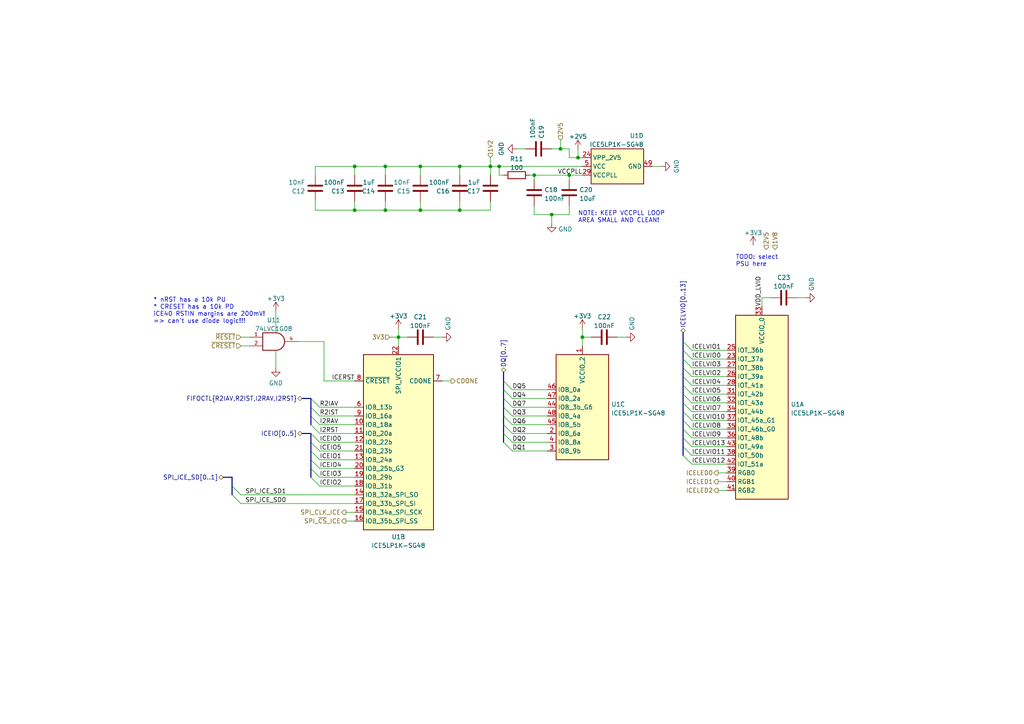
<source format=kicad_sch>
(kicad_sch (version 20211123) (generator eeschema)
  (paper "A4")
  (lib_symbols
    (symbol "74xGxx:74LVC1G08" (pin_names (offset 1.016))
      (property "Reference" "U" (at -2.54 3.81 0))
      (property "Value" "74LVC1G08" (at 0 -3.81 0))
      (symbol "74LVC1G08_0_1"
        (arc (start 0 -2.54) (mid 2.54 0) (end 0 2.54) (stroke (width 0.254)))
        (polyline (pts (xy 0 -2.54) (xy -3.81 -2.54) (xy -3.81 2.54) (xy 0 2.54)) (stroke (width 0.254)))
      )
      (symbol "74LVC1G08_1_1"
        (pin input line (at -7.62 1.27 0) (length 3.81) (name "~") (number "1"))
        (pin input line (at -7.62 -1.27 0) (length 3.81) (name "~") (number "2"))
        (pin power_in line (at 0 -2.54 270) (length 0) hide (name "GND") (number "3"))
        (pin output line (at 6.35 0 180) (length 3.81) (name "~") (number "4"))
        (pin power_in line (at 0 2.54 90) (length 0) hide (name "VCC") (number "5"))
      )
    )
    (symbol "Device:C" (pin_numbers hide) (pin_names (offset 0.254))
      (property "Reference" "C" (at 0.635 2.54 0))
      (property "Value" "C" (at 0.635 -2.54 0))
      (symbol "C_0_1"
        (polyline (pts (xy -2.032 -0.762) (xy 2.032 -0.762)) (stroke (width 0.508)))
        (polyline (pts (xy -2.032 0.762) (xy 2.032 0.762)) (stroke (width 0.508)))
      )
      (symbol "C_1_1"
        (pin passive line (at 0 3.81 270) (length 2.794) (name "~") (number "1"))
        (pin passive line (at 0 -3.81 90) (length 2.794) (name "~") (number "2"))
      )
    )
    (symbol "Device:R" (pin_numbers hide) (pin_names (offset 0))
      (property "Reference" "R" (at 2.032 0 90))
      (property "Value" "R" (at 0 0 90))
      (symbol "R_0_1"
        (rectangle (start -1.016 -2.54) (end 1.016 2.54) (stroke (width 0.254)))
      )
      (symbol "R_1_1"
        (pin passive line (at 0 3.81 270) (length 1.27) (name "~") (number "1"))
        (pin passive line (at 0 -3.81 90) (length 1.27) (name "~") (number "2"))
      )
    )
    (symbol "FPGA_Lattice:ICE5LP1K-SG48"
      (property "Reference" "U" (at -8.89 -29.21 0))
      (property "Value" "ICE5LP1K-SG48" (at 0 -31.75 0))
      (symbol "ICE5LP1K-SG48_1_1"
        (rectangle (start -7.62 25.4) (end 7.62 -27.94) (stroke (width 0.254)) (fill (type background)))
        (pin bidirectional line (at -10.16 12.7 0) (length 2.54) (name "IOT_37a") (number "23"))
        (pin bidirectional line (at -10.16 15.24 0) (length 2.54) (name "IOT_36b") (number "25"))
        (pin bidirectional line (at -10.16 7.62 0) (length 2.54) (name "IOT_39a") (number "26"))
        (pin bidirectional line (at -10.16 10.16 0) (length 2.54) (name "IOT_38b") (number "27"))
        (pin bidirectional line (at -10.16 5.08 0) (length 2.54) (name "IOT_41a") (number "28"))
        (pin bidirectional line (at -10.16 2.54 0) (length 2.54) (name "IOT_42b") (number "31"))
        (pin bidirectional line (at -10.16 0 0) (length 2.54) (name "IOT_43a") (number "32"))
        (pin power_in line (at 0 27.94 270) (length 2.54) (name "VCCIO_0") (number "33"))
        (pin bidirectional line (at -10.16 -2.54 0) (length 2.54) (name "IOT_44b") (number "34"))
        (pin bidirectional line (at -10.16 -7.62 0) (length 2.54) (name "IOT_46b_G0") (number "35"))
        (pin bidirectional line (at -10.16 -10.16 0) (length 2.54) (name "IOT_48b") (number "36"))
        (pin bidirectional line (at -10.16 -5.08 0) (length 2.54) (name "IOT_45a_G1") (number "37"))
        (pin bidirectional line (at -10.16 -15.24 0) (length 2.54) (name "IOT_50b") (number "38"))
        (pin open_collector line (at -10.16 -20.32 0) (length 2.54) (name "RGB0") (number "39"))
        (pin open_collector line (at -10.16 -22.86 0) (length 2.54) (name "RGB1") (number "40"))
        (pin open_collector line (at -10.16 -25.4 0) (length 2.54) (name "RGB2") (number "41"))
        (pin bidirectional line (at -10.16 -17.78 0) (length 2.54) (name "IOT_51a") (number "42"))
        (pin bidirectional line (at -10.16 -12.7 0) (length 2.54) (name "IOT_49a") (number "43"))
      )
      (symbol "ICE5LP1K-SG48_2_1"
        (rectangle (start -10.16 25.4) (end 10.16 -25.4) (stroke (width 0.254)) (fill (type background)))
        (pin bidirectional line (at -12.7 5.08 0) (length 2.54) (name "IOB_18a") (number "10"))
        (pin bidirectional line (at -12.7 2.54 0) (length 2.54) (name "IOB_20a") (number "11"))
        (pin bidirectional line (at -12.7 0 0) (length 2.54) (name "IOB_22b") (number "12"))
        (pin bidirectional line (at -12.7 -5.08 0) (length 2.54) (name "IOB_24a") (number "13"))
        (pin bidirectional line (at -12.7 -15.24 0) (length 2.54) (name "IOB_32a_SPI_SO") (number "14"))
        (pin bidirectional line (at -12.7 -20.32 0) (length 2.54) (name "IOB_34a_SPI_SCK") (number "15"))
        (pin bidirectional line (at -12.7 -22.86 0) (length 2.54) (name "IOB_35b_SPI_SS") (number "16"))
        (pin bidirectional line (at -12.7 -17.78 0) (length 2.54) (name "IOB_33b_SPI_SI") (number "17"))
        (pin bidirectional line (at -12.7 -12.7 0) (length 2.54) (name "IOB_31b") (number "18"))
        (pin bidirectional line (at -12.7 -10.16 0) (length 2.54) (name "IOB_29b") (number "19"))
        (pin bidirectional line (at -12.7 -7.62 0) (length 2.54) (name "IOB_25b_G3") (number "20"))
        (pin bidirectional line (at -12.7 -2.54 0) (length 2.54) (name "IOB_23b") (number "21"))
        (pin power_in line (at 0 27.94 270) (length 2.54) (name "SPI_VCCIO1") (number "22"))
        (pin bidirectional line (at -12.7 10.16 0) (length 2.54) (name "IOB_13b") (number "6"))
        (pin open_collector line (at 12.7 17.78 180) (length 2.54) (name "CDONE") (number "7"))
        (pin input line (at -12.7 17.78 0) (length 2.54) (name "~{CRESET}") (number "8"))
        (pin bidirectional line (at -12.7 7.62 0) (length 2.54) (name "IOB_16a") (number "9"))
      )
      (symbol "ICE5LP1K-SG48_3_1"
        (rectangle (start -7.62 15.24) (end 7.62 -15.24) (stroke (width 0.254)) (fill (type background)))
        (pin power_in line (at 0 17.78 270) (length 2.54) (name "VCCIO_2") (number "1"))
        (pin bidirectional line (at -10.16 -7.62 0) (length 2.54) (name "IOB_6a") (number "2"))
        (pin bidirectional line (at -10.16 -12.7 0) (length 2.54) (name "IOB_9b") (number "3"))
        (pin bidirectional line (at -10.16 -10.16 0) (length 2.54) (name "IOB_8a") (number "4"))
        (pin bidirectional line (at -10.16 0 0) (length 2.54) (name "IOB_3b_G6") (number "44"))
        (pin bidirectional line (at -10.16 -5.08 0) (length 2.54) (name "IOB_5b") (number "45"))
        (pin bidirectional line (at -10.16 5.08 0) (length 2.54) (name "IOB_0a") (number "46"))
        (pin bidirectional line (at -10.16 2.54 0) (length 2.54) (name "IOB_2a") (number "47"))
        (pin bidirectional line (at -10.16 -2.54 0) (length 2.54) (name "IOB_4a") (number "48"))
      )
      (symbol "ICE5LP1K-SG48_4_1"
        (rectangle (start -5.08 7.62) (end 5.08 -7.62) (stroke (width 0.254)) (fill (type background)))
        (pin power_in line (at -2.54 10.16 270) (length 2.54) (name "VPP_2V5") (number "24"))
        (pin power_out line (at 2.54 10.16 270) (length 2.54) (name "VCCPLL") (number "29"))
        (pin passive line (at 0 10.16 270) (length 2.54) hide (name "VCC") (number "30"))
        (pin power_in line (at 0 -10.16 90) (length 2.54) (name "GND") (number "49"))
        (pin power_in line (at 0 10.16 270) (length 2.54) (name "VCC") (number "5"))
      )
    )
    (symbol "power:+2V5" (power) (pin_names (offset 0))
      (property "Value" "+2V5" (at 0 3.556 0))
      (symbol "+2V5_0_1"
        (polyline (pts (xy -0.762 1.27) (xy 0 2.54)))
        (polyline (pts (xy 0 0) (xy 0 2.54)))
        (polyline (pts (xy 0 2.54) (xy 0.762 1.27)))
      )
      (symbol "+2V5_1_1"
        (pin power_in line (at 0 0 90) (length 0) hide (name "+2V5") (number "1"))
      )
    )
    (symbol "power:+3V3" (power) (pin_names (offset 0))
      (property "Value" "+3V3" (at 0 3.556 0))
      (symbol "+3V3_0_1"
        (polyline (pts (xy -0.762 1.27) (xy 0 2.54)))
        (polyline (pts (xy 0 0) (xy 0 2.54)))
        (polyline (pts (xy 0 2.54) (xy 0.762 1.27)))
      )
      (symbol "+3V3_1_1"
        (pin power_in line (at 0 0 90) (length 0) hide (name "+3V3") (number "1"))
      )
    )
    (symbol "power:GND" (power) (pin_names (offset 0))
      (property "Value" "GND" (at 0 -3.81 0))
      (symbol "GND_0_1"
        (polyline (pts (xy 0 0) (xy 0 -1.27) (xy 1.27 -1.27) (xy 0 -2.54) (xy -1.27 -1.27) (xy 0 -1.27)))
      )
      (symbol "GND_1_1"
        (pin power_in line (at 0 0 270) (length 0) hide (name "GND") (number "1"))
      )
    )
  )
  (junction (at 102.87 60.96))
  (junction (at 111.76 60.96))
  (junction (at 154.94 50.8))
  (junction (at 165.1 50.8))
  (junction (at 102.87 48.26))
  (junction (at 162.56 43.18))
  (junction (at 160.02 62.23))
  (junction (at 121.92 60.96))
  (junction (at 111.76 48.26))
  (junction (at 133.35 60.96))
  (junction (at 121.92 48.26))
  (junction (at 115.57 97.79))
  (junction (at 133.35 48.26))
  (junction (at 168.91 97.79))
  (junction (at 167.64 45.72))
  (junction (at 144.78 48.26))
  (junction (at 142.24 48.26))
  (bus_entry (at 200.66 101.6) (size -2.54 -2.54))
  (bus_entry (at 200.66 109.22) (size -2.54 -2.54))
  (bus_entry (at 92.71 123.19) (size -2.54 -2.54))
  (bus_entry (at 148.59 125.73) (size -2.54 -2.54))
  (bus_entry (at 92.71 130.81) (size -2.54 -2.54))
  (bus_entry (at 200.66 114.3) (size -2.54 -2.54))
  (bus_entry (at 92.71 118.11) (size -2.54 -2.54))
  (bus_entry (at 92.71 120.65) (size -2.54 -2.54))
  (bus_entry (at 92.71 135.89) (size -2.54 -2.54))
  (bus_entry (at 92.71 125.73) (size -2.54 -2.54))
  (bus_entry (at 200.66 104.14) (size -2.54 -2.54))
  (bus_entry (at 92.71 128.27) (size -2.54 -2.54))
  (bus_entry (at 148.59 113.03) (size -2.54 -2.54))
  (bus_entry (at 92.71 133.35) (size -2.54 -2.54))
  (bus_entry (at 200.66 111.76) (size -2.54 -2.54))
  (bus_entry (at 92.71 140.97) (size -2.54 -2.54))
  (bus_entry (at 67.31 140.97) (size 2.54 2.54))
  (bus_entry (at 67.31 143.51) (size 2.54 2.54))
  (bus_entry (at 92.71 138.43) (size -2.54 -2.54))
  (bus_entry (at 148.59 118.11) (size -2.54 -2.54))
  (bus_entry (at 148.59 130.81) (size -2.54 -2.54))
  (bus_entry (at 148.59 123.19) (size -2.54 -2.54))
  (bus_entry (at 148.59 115.57) (size -2.54 -2.54))
  (bus_entry (at 148.59 120.65) (size -2.54 -2.54))
  (bus_entry (at 200.66 106.68) (size -2.54 -2.54))
  (bus_entry (at 200.66 134.62) (size -2.54 -2.54))
  (bus_entry (at 200.66 116.84) (size -2.54 -2.54))
  (bus_entry (at 200.66 129.54) (size -2.54 -2.54))
  (bus_entry (at 200.66 132.08) (size -2.54 -2.54))
  (bus_entry (at 200.66 119.38) (size -2.54 -2.54))
  (bus_entry (at 200.66 121.92) (size -2.54 -2.54))
  (bus_entry (at 200.66 124.46) (size -2.54 -2.54))
  (bus_entry (at 200.66 127) (size -2.54 -2.54))
  (bus_entry (at 148.59 128.27) (size -2.54 -2.54))
  (wire (pts (xy 162.56 40.64) (xy 162.56 43.18)))
  (bus (pts (xy 198.12 129.54) (xy 198.12 127)))
  (wire (pts (xy 142.24 45.72) (xy 142.24 48.26)))
  (wire (pts (xy 210.82 121.92) (xy 200.66 121.92)))
  (wire (pts (xy 231.14 86.36) (xy 233.68 86.36)))
  (bus (pts (xy 87.63 125.73) (xy 90.17 125.73)))
  (wire (pts (xy 220.98 86.36) (xy 220.98 88.9)))
  (wire (pts (xy 179.07 97.79) (xy 181.61 97.79)))
  (wire (pts (xy 80.01 90.17) (xy 80.01 96.52)))
  (wire (pts (xy 102.87 128.27) (xy 92.71 128.27)))
  (wire (pts (xy 115.57 97.79) (xy 118.11 97.79)))
  (wire (pts (xy 168.91 97.79) (xy 168.91 100.33)))
  (wire (pts (xy 115.57 97.79) (xy 115.57 100.33)))
  (bus (pts (xy 198.12 109.22) (xy 198.12 106.68)))
  (wire (pts (xy 69.85 100.33) (xy 72.39 100.33)))
  (wire (pts (xy 168.91 48.26) (xy 144.78 48.26)))
  (wire (pts (xy 102.87 140.97) (xy 92.71 140.97)))
  (wire (pts (xy 158.75 115.57) (xy 148.59 115.57)))
  (wire (pts (xy 162.56 43.18) (xy 165.1 43.18)))
  (wire (pts (xy 146.05 50.8) (xy 144.78 50.8)))
  (wire (pts (xy 210.82 104.14) (xy 200.66 104.14)))
  (wire (pts (xy 158.75 125.73) (xy 148.59 125.73)))
  (wire (pts (xy 158.75 118.11) (xy 148.59 118.11)))
  (bus (pts (xy 90.17 118.11) (xy 90.17 120.65)))
  (bus (pts (xy 64.77 138.43) (xy 67.31 138.43)))
  (wire (pts (xy 102.87 135.89) (xy 92.71 135.89)))
  (bus (pts (xy 90.17 128.27) (xy 90.17 125.73)))
  (wire (pts (xy 210.82 124.46) (xy 200.66 124.46)))
  (wire (pts (xy 133.35 60.96) (xy 121.92 60.96)))
  (wire (pts (xy 158.75 113.03) (xy 148.59 113.03)))
  (wire (pts (xy 91.44 50.8) (xy 91.44 48.26)))
  (wire (pts (xy 102.87 60.96) (xy 102.87 58.42)))
  (wire (pts (xy 102.87 48.26) (xy 91.44 48.26)))
  (wire (pts (xy 142.24 50.8) (xy 142.24 48.26)))
  (bus (pts (xy 146.05 107.95) (xy 146.05 110.49)))
  (wire (pts (xy 111.76 50.8) (xy 111.76 48.26)))
  (wire (pts (xy 210.82 127) (xy 200.66 127)))
  (wire (pts (xy 128.27 110.49) (xy 130.81 110.49)))
  (bus (pts (xy 90.17 130.81) (xy 90.17 128.27)))
  (wire (pts (xy 158.75 130.81) (xy 148.59 130.81)))
  (wire (pts (xy 167.64 43.18) (xy 167.64 45.72)))
  (wire (pts (xy 102.87 60.96) (xy 91.44 60.96)))
  (bus (pts (xy 198.12 124.46) (xy 198.12 121.92)))
  (wire (pts (xy 208.28 139.7) (xy 210.82 139.7)))
  (bus (pts (xy 146.05 115.57) (xy 146.05 113.03)))
  (wire (pts (xy 111.76 60.96) (xy 102.87 60.96)))
  (bus (pts (xy 67.31 138.43) (xy 67.31 140.97)))
  (wire (pts (xy 121.92 60.96) (xy 111.76 60.96)))
  (bus (pts (xy 146.05 128.27) (xy 146.05 125.73)))
  (wire (pts (xy 102.87 125.73) (xy 92.71 125.73)))
  (wire (pts (xy 208.28 137.16) (xy 210.82 137.16)))
  (bus (pts (xy 198.12 116.84) (xy 198.12 114.3)))
  (bus (pts (xy 67.31 143.51) (xy 67.31 140.97)))
  (wire (pts (xy 93.98 99.06) (xy 93.98 110.49)))
  (wire (pts (xy 168.91 95.25) (xy 168.91 97.79)))
  (wire (pts (xy 100.33 151.13) (xy 102.87 151.13)))
  (bus (pts (xy 87.63 115.57) (xy 90.17 115.57)))
  (wire (pts (xy 152.4 43.18) (xy 149.86 43.18)))
  (wire (pts (xy 189.23 48.26) (xy 191.77 48.26)))
  (bus (pts (xy 90.17 130.81) (xy 90.17 133.35)))
  (wire (pts (xy 142.24 60.96) (xy 133.35 60.96)))
  (wire (pts (xy 102.87 118.11) (xy 92.71 118.11)))
  (bus (pts (xy 198.12 127) (xy 198.12 124.46)))
  (wire (pts (xy 121.92 48.26) (xy 133.35 48.26)))
  (wire (pts (xy 133.35 50.8) (xy 133.35 48.26)))
  (wire (pts (xy 133.35 48.26) (xy 142.24 48.26)))
  (bus (pts (xy 90.17 138.43) (xy 90.17 135.89)))
  (wire (pts (xy 210.82 132.08) (xy 200.66 132.08)))
  (wire (pts (xy 158.75 123.19) (xy 148.59 123.19)))
  (wire (pts (xy 165.1 62.23) (xy 160.02 62.23)))
  (wire (pts (xy 86.36 99.06) (xy 93.98 99.06)))
  (wire (pts (xy 154.94 52.07) (xy 154.94 50.8)))
  (bus (pts (xy 198.12 119.38) (xy 198.12 116.84)))
  (bus (pts (xy 198.12 104.14) (xy 198.12 101.6)))
  (wire (pts (xy 210.82 134.62) (xy 200.66 134.62)))
  (bus (pts (xy 146.05 120.65) (xy 146.05 118.11)))
  (wire (pts (xy 165.1 52.07) (xy 165.1 50.8)))
  (wire (pts (xy 121.92 48.26) (xy 111.76 48.26)))
  (bus (pts (xy 90.17 118.11) (xy 90.17 115.57)))
  (bus (pts (xy 90.17 123.19) (xy 90.17 120.65)))
  (bus (pts (xy 198.12 121.92) (xy 198.12 119.38)))
  (wire (pts (xy 69.85 146.05) (xy 102.87 146.05)))
  (wire (pts (xy 210.82 109.22) (xy 200.66 109.22)))
  (wire (pts (xy 121.92 60.96) (xy 121.92 58.42)))
  (wire (pts (xy 133.35 60.96) (xy 133.35 58.42)))
  (wire (pts (xy 210.82 129.54) (xy 200.66 129.54)))
  (wire (pts (xy 113.03 97.79) (xy 115.57 97.79)))
  (wire (pts (xy 111.76 48.26) (xy 102.87 48.26)))
  (wire (pts (xy 210.82 111.76) (xy 200.66 111.76)))
  (wire (pts (xy 142.24 58.42) (xy 142.24 60.96)))
  (wire (pts (xy 210.82 116.84) (xy 200.66 116.84)))
  (wire (pts (xy 102.87 120.65) (xy 92.71 120.65)))
  (bus (pts (xy 146.05 125.73) (xy 146.05 123.19)))
  (wire (pts (xy 165.1 59.69) (xy 165.1 62.23)))
  (wire (pts (xy 208.28 142.24) (xy 210.82 142.24)))
  (wire (pts (xy 100.33 148.59) (xy 102.87 148.59)))
  (wire (pts (xy 102.87 138.43) (xy 92.71 138.43)))
  (wire (pts (xy 93.98 110.49) (xy 102.87 110.49)))
  (wire (pts (xy 165.1 43.18) (xy 165.1 45.72)))
  (wire (pts (xy 102.87 123.19) (xy 92.71 123.19)))
  (wire (pts (xy 80.01 101.6) (xy 80.01 106.68)))
  (wire (pts (xy 125.73 97.79) (xy 128.27 97.79)))
  (wire (pts (xy 210.82 106.68) (xy 200.66 106.68)))
  (bus (pts (xy 146.05 118.11) (xy 146.05 115.57)))
  (wire (pts (xy 121.92 50.8) (xy 121.92 48.26)))
  (wire (pts (xy 168.91 50.8) (xy 165.1 50.8)))
  (wire (pts (xy 154.94 62.23) (xy 154.94 59.69)))
  (wire (pts (xy 168.91 45.72) (xy 167.64 45.72)))
  (wire (pts (xy 220.98 86.36) (xy 223.52 86.36)))
  (wire (pts (xy 210.82 114.3) (xy 200.66 114.3)))
  (wire (pts (xy 69.85 97.79) (xy 72.39 97.79)))
  (wire (pts (xy 165.1 50.8) (xy 154.94 50.8)))
  (wire (pts (xy 160.02 62.23) (xy 160.02 64.77)))
  (wire (pts (xy 168.91 97.79) (xy 171.45 97.79)))
  (wire (pts (xy 102.87 133.35) (xy 92.71 133.35)))
  (wire (pts (xy 158.75 120.65) (xy 148.59 120.65)))
  (bus (pts (xy 198.12 132.08) (xy 198.12 129.54)))
  (bus (pts (xy 198.12 111.76) (xy 198.12 109.22)))
  (wire (pts (xy 102.87 130.81) (xy 92.71 130.81)))
  (wire (pts (xy 210.82 101.6) (xy 200.66 101.6)))
  (bus (pts (xy 146.05 123.19) (xy 146.05 120.65)))
  (wire (pts (xy 154.94 50.8) (xy 153.67 50.8)))
  (bus (pts (xy 198.12 114.3) (xy 198.12 111.76)))
  (wire (pts (xy 210.82 119.38) (xy 200.66 119.38)))
  (bus (pts (xy 146.05 113.03) (xy 146.05 110.49)))
  (bus (pts (xy 198.12 101.6) (xy 198.12 99.06)))
  (bus (pts (xy 198.12 96.52) (xy 198.12 99.06)))
  (wire (pts (xy 69.85 143.51) (xy 102.87 143.51)))
  (wire (pts (xy 160.02 43.18) (xy 162.56 43.18)))
  (wire (pts (xy 158.75 128.27) (xy 148.59 128.27)))
  (bus (pts (xy 198.12 106.68) (xy 198.12 104.14)))
  (wire (pts (xy 167.64 45.72) (xy 165.1 45.72)))
  (wire (pts (xy 142.24 48.26) (xy 144.78 48.26)))
  (wire (pts (xy 115.57 97.79) (xy 115.57 95.25)))
  (wire (pts (xy 91.44 60.96) (xy 91.44 58.42)))
  (wire (pts (xy 144.78 50.8) (xy 144.78 48.26)))
  (wire (pts (xy 111.76 60.96) (xy 111.76 58.42)))
  (bus (pts (xy 90.17 133.35) (xy 90.17 135.89)))
  (wire (pts (xy 102.87 50.8) (xy 102.87 48.26)))
  (wire (pts (xy 160.02 62.23) (xy 154.94 62.23)))
  (text "* nRST has a 10k PU\n* CRESET has a 10k PD\niCE40 RSTIN margins are 200mV!\n=> can't use diode logic!!!" (at 44.45 93.98 0) (effects (font (size 1.27 1.27)) (justify left bottom)))
  (text "TODO: select\nPSU here" (at 213.36 77.47 0) (effects (font (size 1.27 1.27)) (justify left bottom)))
  (text "NOTE: KEEP VCCPLL LOOP\nAREA SMALL AND CLEAN!" (at 167.64 64.77 0) (effects (font (size 1.27 1.27)) (justify left bottom)))
  (label "ICEIO0" (at 92.71 128.27 0))
  (label "R2IST" (at 92.71 120.65 0))
  (label "DQ5" (at 148.59 113.03 0))
  (label "ICERST" (at 102.87 110.49 180))
  (label "DQ6" (at 148.59 123.19 0))
  (label "DQ2" (at 148.59 125.73 0))
  (label "ICELVIO6" (at 200.66 116.84 0))
  (label "VDD_LVIO" (at 220.98 88.9 90))
  (label "ICEIO5" (at 92.71 130.81 0))
  (label "I2RST" (at 92.71 125.73 0))
  (label "SPI_ICE_SD0" (at 71.12 146.05 0))
  (label "DQ0" (at 148.59 128.27 0))
  (label "ICELVIO4" (at 200.66 111.76 0))
  (label "ICELVIO11" (at 200.66 132.08 0))
  (label "I2RAV" (at 92.71 123.19 0))
  (label "DQ1" (at 148.59 130.81 0))
  (label "ICELVIO1" (at 200.66 101.6 0))
  (label "ICELVIO5" (at 200.66 114.3 0))
  (label "ICELVIO13" (at 200.66 129.54 0))
  (label "ICELVIO3" (at 200.66 106.68 0))
  (label "ICELVIO10" (at 200.66 121.92 0))
  (label "ICELVIO7" (at 200.66 119.38 0))
  (label "SPI_ICE_SD1" (at 71.12 143.51 0))
  (label "DQ4" (at 148.59 115.57 0))
  (label "VCCPLL" (at 168.91 50.8 180))
  (label "ICEIO2" (at 92.71 140.97 0))
  (label "ICEIO4" (at 92.71 135.89 0))
  (label "DQ3" (at 148.59 120.65 0))
  (label "DQ7" (at 148.59 118.11 0))
  (label "ICELVIO12" (at 200.66 134.62 0))
  (label "ICELVIO0" (at 200.66 104.14 0))
  (label "R2IAV" (at 92.71 118.11 0))
  (label "ICELVIO9" (at 200.66 127 0))
  (label "ICELVIO8" (at 200.66 124.46 0))
  (label "ICEIO1" (at 92.71 133.35 0))
  (label "ICELVIO2" (at 200.66 109.22 0))
  (label "ICEIO3" (at 92.71 138.43 0))
  (hierarchical_label "1V2" (shape input) (at 142.24 45.72 90))
  (hierarchical_label "ICEIO[0..5]" (shape bidirectional) (at 87.63 125.73 180))
  (hierarchical_label "CDONE" (shape output) (at 130.81 110.49 0))
  (hierarchical_label "DQ[0..7]" (shape bidirectional) (at 146.05 107.95 90))
  (hierarchical_label "ICELED2" (shape output) (at 208.28 142.24 180))
  (hierarchical_label "ICELED0" (shape output) (at 208.28 137.16 180))
  (hierarchical_label "~{CRESET}" (shape input) (at 69.85 100.33 180))
  (hierarchical_label "~{RESET}" (shape input) (at 69.85 97.79 180))
  (hierarchical_label "ICELVIO[0..13]" (shape bidirectional) (at 198.12 96.52 90))
  (hierarchical_label "1V8" (shape input) (at 224.79 72.39 90))
  (hierarchical_label "2V5" (shape input) (at 162.56 40.64 90))
  (hierarchical_label "SPI_CLK_ICE" (shape output) (at 100.33 148.59 180))
  (hierarchical_label "ICELED1" (shape output) (at 208.28 139.7 180))
  (hierarchical_label "2V5" (shape input) (at 222.25 72.39 90))
  (hierarchical_label "FIFOCTL{R2IAV,R2IST,I2RAV,I2RST}" (shape bidirectional) (at 87.63 115.57 180))
  (hierarchical_label "SPI_ICE_SD[0..1]" (shape bidirectional) (at 64.77 138.43 180))
  (hierarchical_label "SPI_~{CS}_ICE" (shape output) (at 100.33 151.13 180))
  (hierarchical_label "3V3" (shape input) (at 113.03 97.79 180))
  (symbol (lib_id "74xGxx:74LVC1G08") (at 80.01 99.06 0) (unit 1)
    (property "Reference" "U11" (at 79.375 92.8202 0))
    (property "Value" "74LVC1G08" (at 79.375 95.3571 0))
    (property "Footprint" "Package_TO_SOT_SMD:SOT-353_SC-70-5" (effects hide))
    (property "Datasheet" "http://www.ti.com/lit/sg/scyt129e/scyt129e.pdf" (effects hide))
  )
  (symbol (lib_id "power:GND") (at 191.77 48.26 90) (unit 1)
    (property "Reference" "#PWR037" (effects hide))
    (property "Value" "GND" (at 196.2134 48.26 0))
  )
  (symbol (lib_id "Device:C") (at 121.92 97.79 90) (unit 1)
    (property "Reference" "C21" (at 121.92 91.9312 90))
    (property "Value" "100nF" (at 121.92 94.4681 90))
  )
  (symbol (lib_id "Device:C") (at 156.21 43.18 270) (mirror x) (unit 1)
    (property "Reference" "C19" (at 157.0447 40.259 0) (effects (justify left)))
    (property "Value" "100nF" (at 154.5078 40.259 0) (effects (justify left)))
  )
  (symbol (lib_id "FPGA_Lattice:ICE5LP1K-SG48") (at 115.57 128.27 0) (unit 2)
    (property "Reference" "U1" (at 115.57 155.7004 0))
    (property "Value" "ICE5LP1K-SG48" (at 115.57 158.2373 0))
    (property "Footprint" "Package_DFN_QFN:QFN-48-1EP_7x7mm_P0.5mm_EP5.6x5.6mm" (effects hide))
    (property "Datasheet" "http://www.latticesemi.com/Products/FPGAandCPLD/iCE40Ultra" (effects hide))
  )
  (symbol (lib_id "Device:C") (at 175.26 97.79 90) (unit 1)
    (property "Reference" "C22" (at 175.26 91.9312 90))
    (property "Value" "100nF" (at 175.26 94.4681 90))
  )
  (symbol (lib_id "power:+3V3") (at 115.57 95.25 0) (unit 1)
    (property "Reference" "#PWR032" (effects hide))
    (property "Value" "+3V3" (at 115.57 91.6742 0))
  )
  (symbol (lib_id "Device:C") (at 91.44 54.61 180) (unit 1)
    (property "Reference" "C12" (at 88.519 55.4447 0) (effects (justify left)))
    (property "Value" "10nF" (at 88.519 52.9078 0) (effects (justify left)))
  )
  (symbol (lib_id "FPGA_Lattice:ICE5LP1K-SG48") (at 179.07 48.26 90) (mirror x) (unit 4)
    (property "Reference" "U1" (at 186.69 39.3731 90) (effects (justify left)))
    (property "Value" "ICE5LP1K-SG48" (at 186.69 41.91 90) (effects (justify left)))
    (property "Footprint" "Package_DFN_QFN:QFN-48-1EP_7x7mm_P0.5mm_EP5.6x5.6mm" (effects hide))
    (property "Datasheet" "http://www.latticesemi.com/Products/FPGAandCPLD/iCE40Ultra" (effects hide))
  )
  (symbol (lib_id "power:+3V3") (at 80.01 90.17 0) (unit 1)
    (property "Reference" "#PWR030" (effects hide))
    (property "Value" "+3V3" (at 80.01 86.5942 0))
  )
  (symbol (lib_id "Device:C") (at 102.87 54.61 180) (unit 1)
    (property "Reference" "C13" (at 99.949 55.4447 0) (effects (justify left)))
    (property "Value" "100nF" (at 99.949 52.9078 0) (effects (justify left)))
  )
  (symbol (lib_id "Device:C") (at 154.94 55.88 0) (unit 1)
    (property "Reference" "C18" (at 157.861 55.0453 0) (effects (justify left)))
    (property "Value" "100nF" (at 157.861 57.5822 0) (effects (justify left)))
  )
  (symbol (lib_id "power:GND") (at 160.02 64.77 0) (mirror y) (unit 1)
    (property "Reference" "#PWR034" (effects hide))
    (property "Value" "GND" (at 161.925 66.4738 0) (effects (justify right)))
  )
  (symbol (lib_id "Device:C") (at 142.24 54.61 180) (unit 1)
    (property "Reference" "C17" (at 139.319 55.4447 0) (effects (justify left)))
    (property "Value" "1uF" (at 139.319 52.9078 0) (effects (justify left)))
  )
  (symbol (lib_id "FPGA_Lattice:ICE5LP1K-SG48") (at 220.98 116.84 0) (unit 1)
    (property "Reference" "U1" (at 229.362 117.2753 0) (effects (justify left)))
    (property "Value" "ICE5LP1K-SG48" (at 229.362 119.8122 0) (effects (justify left)))
    (property "Footprint" "Package_DFN_QFN:QFN-48-1EP_7x7mm_P0.5mm_EP5.6x5.6mm" (effects hide))
    (property "Datasheet" "http://www.latticesemi.com/Products/FPGAandCPLD/iCE40Ultra" (effects hide))
  )
  (symbol (lib_id "power:GND") (at 149.86 43.18 270) (mirror x) (unit 1)
    (property "Reference" "#PWR033" (effects hide))
    (property "Value" "GND" (at 145.4166 43.18 0))
  )
  (symbol (lib_id "power:GND") (at 233.68 86.36 90) (mirror x) (unit 1)
    (property "Reference" "#PWR0103" (effects hide))
    (property "Value" "GND" (at 235.3838 84.455 0) (effects (justify right)))
  )
  (symbol (lib_id "Device:C") (at 133.35 54.61 180) (unit 1)
    (property "Reference" "C16" (at 130.429 55.4447 0) (effects (justify left)))
    (property "Value" "100nF" (at 130.429 52.9078 0) (effects (justify left)))
  )
  (symbol (lib_id "power:GND") (at 80.01 106.68 0) (unit 1)
    (property "Reference" "#PWR031" (effects hide))
    (property "Value" "GND" (at 80.01 111.1234 0))
  )
  (symbol (lib_id "Device:R") (at 149.86 50.8 270) (unit 1)
    (property "Reference" "R11" (at 149.86 46.0842 90))
    (property "Value" "100" (at 149.86 48.6211 90))
  )
  (symbol (lib_id "power:GND") (at 128.27 97.79 90) (mirror x) (unit 1)
    (property "Reference" "#PWR0101" (effects hide))
    (property "Value" "GND" (at 129.9738 95.885 0) (effects (justify right)))
  )
  (symbol (lib_id "power:GND") (at 181.61 97.79 90) (mirror x) (unit 1)
    (property "Reference" "#PWR0102" (effects hide))
    (property "Value" "GND" (at 183.3138 95.885 0) (effects (justify right)))
  )
  (symbol (lib_id "Device:C") (at 121.92 54.61 180) (unit 1)
    (property "Reference" "C15" (at 118.999 55.4447 0) (effects (justify left)))
    (property "Value" "10nF" (at 118.999 52.9078 0) (effects (justify left)))
  )
  (symbol (lib_id "power:+2V5") (at 167.64 43.18 0) (mirror y) (unit 1)
    (property "Reference" "#PWR035" (effects hide))
    (property "Value" "+2V5" (at 167.64 39.6042 0))
  )
  (symbol (lib_id "power:+3V3") (at 218.44 71.12 0) (unit 1)
    (property "Reference" "#PWR038" (effects hide))
    (property "Value" "+3V3" (at 218.44 67.5442 0))
  )
  (symbol (lib_id "FPGA_Lattice:ICE5LP1K-SG48") (at 168.91 118.11 0) (unit 3)
    (property "Reference" "U1" (at 177.292 117.2753 0) (effects (justify left)))
    (property "Value" "ICE5LP1K-SG48" (at 177.292 119.8122 0) (effects (justify left)))
    (property "Footprint" "Package_DFN_QFN:QFN-48-1EP_7x7mm_P0.5mm_EP5.6x5.6mm" (effects hide))
    (property "Datasheet" "http://www.latticesemi.com/Products/FPGAandCPLD/iCE40Ultra" (effects hide))
  )
  (symbol (lib_id "Device:C") (at 227.33 86.36 90) (unit 1)
    (property "Reference" "C23" (at 227.33 80.5012 90))
    (property "Value" "100nF" (at 227.33 83.0381 90))
  )
  (symbol (lib_id "Device:C") (at 111.76 54.61 180) (unit 1)
    (property "Reference" "C14" (at 108.839 55.4447 0) (effects (justify left)))
    (property "Value" "1uF" (at 108.839 52.9078 0) (effects (justify left)))
  )
  (symbol (lib_id "Device:C") (at 165.1 55.88 0) (unit 1)
    (property "Reference" "C20" (at 168.021 55.0453 0) (effects (justify left)))
    (property "Value" "10uF" (at 168.021 57.5822 0) (effects (justify left)))
  )
  (symbol (lib_id "power:+3V3") (at 168.91 95.25 0) (unit 1)
    (property "Reference" "#PWR036" (effects hide))
    (property "Value" "+3V3" (at 168.91 91.6742 0))
  )
)
</source>
